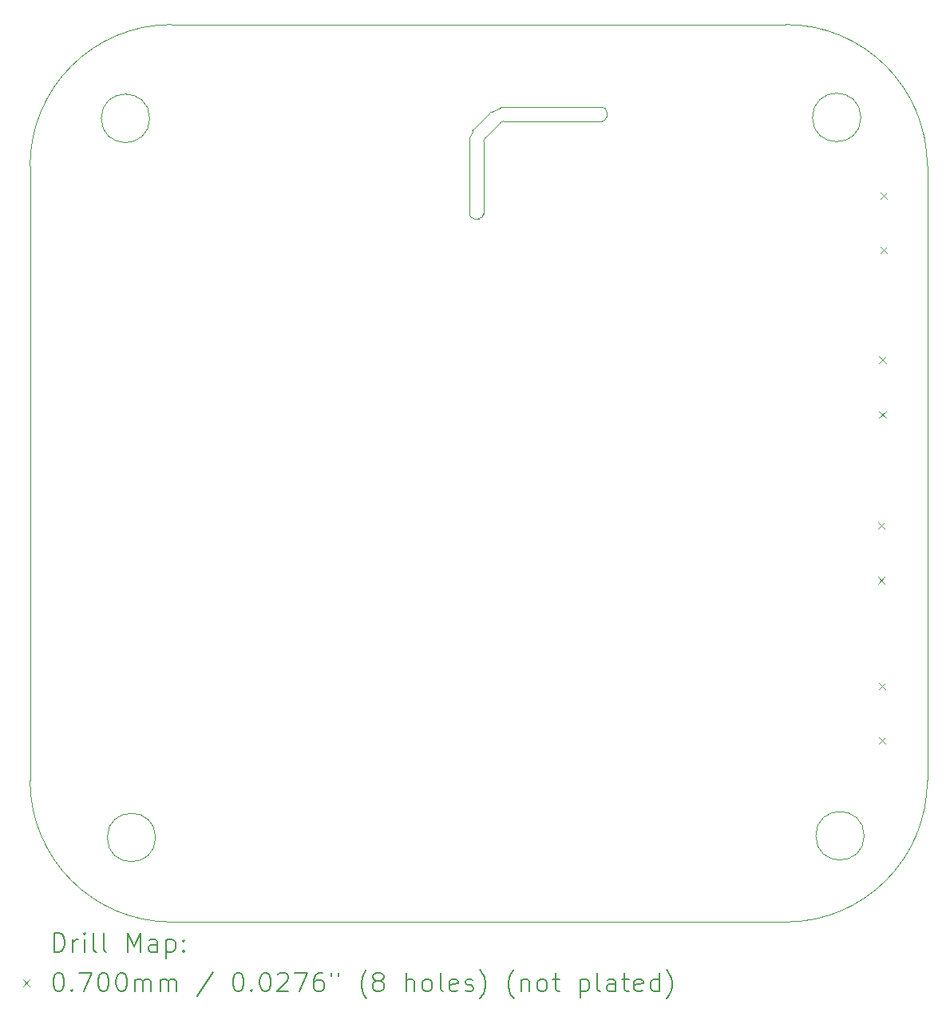
<source format=gbr>
%TF.GenerationSoftware,KiCad,Pcbnew,7.0.7*%
%TF.CreationDate,2023-09-27T18:33:11+02:00*%
%TF.ProjectId,Power Charging Scheduler 90x90x1_6mm,506f7765-7220-4436-9861-7267696e6720,5.3*%
%TF.SameCoordinates,Original*%
%TF.FileFunction,Drillmap*%
%TF.FilePolarity,Positive*%
%FSLAX45Y45*%
G04 Gerber Fmt 4.5, Leading zero omitted, Abs format (unit mm)*
G04 Created by KiCad (PCBNEW 7.0.7) date 2023-09-27 18:33:11*
%MOMM*%
%LPD*%
G01*
G04 APERTURE LIST*
%ADD10C,0.100000*%
%ADD11C,0.200000*%
%ADD12C,0.070000*%
G04 APERTURE END LIST*
D10*
X9462025Y-6786974D02*
X9462941Y-7556940D01*
X6153000Y-5550000D02*
X12669000Y-5550000D01*
X9676483Y-6575002D02*
G75*
G03*
X9641404Y-6589370I-3J-49998D01*
G01*
X13499907Y-14149000D02*
G75*
G03*
X13499907Y-14149000I-256907J0D01*
G01*
X10769000Y-6475000D02*
G75*
G03*
X10719000Y-6425000I-50000J0D01*
G01*
X9412941Y-7607000D02*
G75*
G03*
X9462941Y-7556940I-1J50001D01*
G01*
X12669000Y-15063000D02*
X6153000Y-15063000D01*
X10719000Y-6575000D02*
X9676483Y-6575000D01*
X10719000Y-6425000D02*
X9666865Y-6425000D01*
X9476947Y-6751286D02*
G75*
G03*
X9462025Y-6786974I35063J-35624D01*
G01*
X9315076Y-6757623D02*
G75*
G03*
X9312011Y-6774924I46934J-17237D01*
G01*
X9412941Y-7607000D02*
X9362941Y-7607000D01*
X9641404Y-6589370D02*
X9476946Y-6751285D01*
X9344134Y-6678523D02*
X9315077Y-6757623D01*
X9666865Y-6424998D02*
G75*
G03*
X9646115Y-6429509I-5J-49962D01*
G01*
X9312940Y-7557059D02*
G75*
G03*
X9362941Y-7607000I50000J60D01*
G01*
X6153000Y-5550000D02*
G75*
G03*
X4653000Y-7050000I0J-1500000D01*
G01*
X10769000Y-6475000D02*
X10769000Y-6525000D01*
X5921907Y-6544000D02*
G75*
G03*
X5921907Y-6544000I-256907J0D01*
G01*
X10719000Y-6575000D02*
G75*
G03*
X10769000Y-6525000I0J50000D01*
G01*
X14169000Y-7050000D02*
G75*
G03*
X12669000Y-5550000I-1500000J0D01*
G01*
X9550035Y-6473335D02*
G75*
G03*
X9535707Y-6483196I20705J-45425D01*
G01*
X5984907Y-14167093D02*
G75*
G03*
X5984907Y-14167093I-256907J0D01*
G01*
X13464907Y-6535000D02*
G75*
G03*
X13464907Y-6535000I-256907J0D01*
G01*
X9535707Y-6483196D02*
X9355989Y-6660135D01*
X9355988Y-6660133D02*
G75*
G03*
X9344134Y-6678523I35112J-35647D01*
G01*
X9312011Y-6774924D02*
X9312941Y-7557059D01*
X12669000Y-15063000D02*
G75*
G03*
X14169000Y-13563000I0J1500000D01*
G01*
X4653000Y-13563000D02*
G75*
G03*
X6153000Y-15063000I1500000J0D01*
G01*
X14169000Y-7050000D02*
X14169000Y-13563000D01*
X4653000Y-13563000D02*
X4653000Y-7050000D01*
X9646115Y-6429509D02*
X9550035Y-6473335D01*
D11*
D12*
X13649000Y-10829000D02*
X13719000Y-10899000D01*
X13719000Y-10829000D02*
X13649000Y-10899000D01*
X13649000Y-11407000D02*
X13719000Y-11477000D01*
X13719000Y-11407000D02*
X13649000Y-11477000D01*
X13656500Y-12527000D02*
X13726500Y-12597000D01*
X13726500Y-12527000D02*
X13656500Y-12597000D01*
X13656500Y-13105000D02*
X13726500Y-13175000D01*
X13726500Y-13105000D02*
X13656500Y-13175000D01*
X13659000Y-9069000D02*
X13729000Y-9139000D01*
X13729000Y-9069000D02*
X13659000Y-9139000D01*
X13659000Y-9647000D02*
X13729000Y-9717000D01*
X13729000Y-9647000D02*
X13659000Y-9717000D01*
X13672000Y-7327000D02*
X13742000Y-7397000D01*
X13742000Y-7327000D02*
X13672000Y-7397000D01*
X13672000Y-7905000D02*
X13742000Y-7975000D01*
X13742000Y-7905000D02*
X13672000Y-7975000D01*
D11*
X4908777Y-15379484D02*
X4908777Y-15179484D01*
X4908777Y-15179484D02*
X4956396Y-15179484D01*
X4956396Y-15179484D02*
X4984967Y-15189008D01*
X4984967Y-15189008D02*
X5004015Y-15208055D01*
X5004015Y-15208055D02*
X5013539Y-15227103D01*
X5013539Y-15227103D02*
X5023063Y-15265198D01*
X5023063Y-15265198D02*
X5023063Y-15293769D01*
X5023063Y-15293769D02*
X5013539Y-15331865D01*
X5013539Y-15331865D02*
X5004015Y-15350912D01*
X5004015Y-15350912D02*
X4984967Y-15369960D01*
X4984967Y-15369960D02*
X4956396Y-15379484D01*
X4956396Y-15379484D02*
X4908777Y-15379484D01*
X5108777Y-15379484D02*
X5108777Y-15246150D01*
X5108777Y-15284246D02*
X5118301Y-15265198D01*
X5118301Y-15265198D02*
X5127824Y-15255674D01*
X5127824Y-15255674D02*
X5146872Y-15246150D01*
X5146872Y-15246150D02*
X5165920Y-15246150D01*
X5232586Y-15379484D02*
X5232586Y-15246150D01*
X5232586Y-15179484D02*
X5223063Y-15189008D01*
X5223063Y-15189008D02*
X5232586Y-15198531D01*
X5232586Y-15198531D02*
X5242110Y-15189008D01*
X5242110Y-15189008D02*
X5232586Y-15179484D01*
X5232586Y-15179484D02*
X5232586Y-15198531D01*
X5356396Y-15379484D02*
X5337348Y-15369960D01*
X5337348Y-15369960D02*
X5327824Y-15350912D01*
X5327824Y-15350912D02*
X5327824Y-15179484D01*
X5461158Y-15379484D02*
X5442110Y-15369960D01*
X5442110Y-15369960D02*
X5432586Y-15350912D01*
X5432586Y-15350912D02*
X5432586Y-15179484D01*
X5689729Y-15379484D02*
X5689729Y-15179484D01*
X5689729Y-15179484D02*
X5756396Y-15322341D01*
X5756396Y-15322341D02*
X5823062Y-15179484D01*
X5823062Y-15179484D02*
X5823062Y-15379484D01*
X6004015Y-15379484D02*
X6004015Y-15274722D01*
X6004015Y-15274722D02*
X5994491Y-15255674D01*
X5994491Y-15255674D02*
X5975443Y-15246150D01*
X5975443Y-15246150D02*
X5937348Y-15246150D01*
X5937348Y-15246150D02*
X5918301Y-15255674D01*
X6004015Y-15369960D02*
X5984967Y-15379484D01*
X5984967Y-15379484D02*
X5937348Y-15379484D01*
X5937348Y-15379484D02*
X5918301Y-15369960D01*
X5918301Y-15369960D02*
X5908777Y-15350912D01*
X5908777Y-15350912D02*
X5908777Y-15331865D01*
X5908777Y-15331865D02*
X5918301Y-15312817D01*
X5918301Y-15312817D02*
X5937348Y-15303293D01*
X5937348Y-15303293D02*
X5984967Y-15303293D01*
X5984967Y-15303293D02*
X6004015Y-15293769D01*
X6099253Y-15246150D02*
X6099253Y-15446150D01*
X6099253Y-15255674D02*
X6118301Y-15246150D01*
X6118301Y-15246150D02*
X6156396Y-15246150D01*
X6156396Y-15246150D02*
X6175443Y-15255674D01*
X6175443Y-15255674D02*
X6184967Y-15265198D01*
X6184967Y-15265198D02*
X6194491Y-15284246D01*
X6194491Y-15284246D02*
X6194491Y-15341388D01*
X6194491Y-15341388D02*
X6184967Y-15360436D01*
X6184967Y-15360436D02*
X6175443Y-15369960D01*
X6175443Y-15369960D02*
X6156396Y-15379484D01*
X6156396Y-15379484D02*
X6118301Y-15379484D01*
X6118301Y-15379484D02*
X6099253Y-15369960D01*
X6280205Y-15360436D02*
X6289729Y-15369960D01*
X6289729Y-15369960D02*
X6280205Y-15379484D01*
X6280205Y-15379484D02*
X6270682Y-15369960D01*
X6270682Y-15369960D02*
X6280205Y-15360436D01*
X6280205Y-15360436D02*
X6280205Y-15379484D01*
X6280205Y-15255674D02*
X6289729Y-15265198D01*
X6289729Y-15265198D02*
X6280205Y-15274722D01*
X6280205Y-15274722D02*
X6270682Y-15265198D01*
X6270682Y-15265198D02*
X6280205Y-15255674D01*
X6280205Y-15255674D02*
X6280205Y-15274722D01*
D12*
X4578000Y-15673000D02*
X4648000Y-15743000D01*
X4648000Y-15673000D02*
X4578000Y-15743000D01*
D11*
X4946872Y-15599484D02*
X4965920Y-15599484D01*
X4965920Y-15599484D02*
X4984967Y-15609008D01*
X4984967Y-15609008D02*
X4994491Y-15618531D01*
X4994491Y-15618531D02*
X5004015Y-15637579D01*
X5004015Y-15637579D02*
X5013539Y-15675674D01*
X5013539Y-15675674D02*
X5013539Y-15723293D01*
X5013539Y-15723293D02*
X5004015Y-15761388D01*
X5004015Y-15761388D02*
X4994491Y-15780436D01*
X4994491Y-15780436D02*
X4984967Y-15789960D01*
X4984967Y-15789960D02*
X4965920Y-15799484D01*
X4965920Y-15799484D02*
X4946872Y-15799484D01*
X4946872Y-15799484D02*
X4927824Y-15789960D01*
X4927824Y-15789960D02*
X4918301Y-15780436D01*
X4918301Y-15780436D02*
X4908777Y-15761388D01*
X4908777Y-15761388D02*
X4899253Y-15723293D01*
X4899253Y-15723293D02*
X4899253Y-15675674D01*
X4899253Y-15675674D02*
X4908777Y-15637579D01*
X4908777Y-15637579D02*
X4918301Y-15618531D01*
X4918301Y-15618531D02*
X4927824Y-15609008D01*
X4927824Y-15609008D02*
X4946872Y-15599484D01*
X5099253Y-15780436D02*
X5108777Y-15789960D01*
X5108777Y-15789960D02*
X5099253Y-15799484D01*
X5099253Y-15799484D02*
X5089729Y-15789960D01*
X5089729Y-15789960D02*
X5099253Y-15780436D01*
X5099253Y-15780436D02*
X5099253Y-15799484D01*
X5175444Y-15599484D02*
X5308777Y-15599484D01*
X5308777Y-15599484D02*
X5223063Y-15799484D01*
X5423063Y-15599484D02*
X5442110Y-15599484D01*
X5442110Y-15599484D02*
X5461158Y-15609008D01*
X5461158Y-15609008D02*
X5470682Y-15618531D01*
X5470682Y-15618531D02*
X5480205Y-15637579D01*
X5480205Y-15637579D02*
X5489729Y-15675674D01*
X5489729Y-15675674D02*
X5489729Y-15723293D01*
X5489729Y-15723293D02*
X5480205Y-15761388D01*
X5480205Y-15761388D02*
X5470682Y-15780436D01*
X5470682Y-15780436D02*
X5461158Y-15789960D01*
X5461158Y-15789960D02*
X5442110Y-15799484D01*
X5442110Y-15799484D02*
X5423063Y-15799484D01*
X5423063Y-15799484D02*
X5404015Y-15789960D01*
X5404015Y-15789960D02*
X5394491Y-15780436D01*
X5394491Y-15780436D02*
X5384967Y-15761388D01*
X5384967Y-15761388D02*
X5375444Y-15723293D01*
X5375444Y-15723293D02*
X5375444Y-15675674D01*
X5375444Y-15675674D02*
X5384967Y-15637579D01*
X5384967Y-15637579D02*
X5394491Y-15618531D01*
X5394491Y-15618531D02*
X5404015Y-15609008D01*
X5404015Y-15609008D02*
X5423063Y-15599484D01*
X5613539Y-15599484D02*
X5632586Y-15599484D01*
X5632586Y-15599484D02*
X5651634Y-15609008D01*
X5651634Y-15609008D02*
X5661158Y-15618531D01*
X5661158Y-15618531D02*
X5670682Y-15637579D01*
X5670682Y-15637579D02*
X5680205Y-15675674D01*
X5680205Y-15675674D02*
X5680205Y-15723293D01*
X5680205Y-15723293D02*
X5670682Y-15761388D01*
X5670682Y-15761388D02*
X5661158Y-15780436D01*
X5661158Y-15780436D02*
X5651634Y-15789960D01*
X5651634Y-15789960D02*
X5632586Y-15799484D01*
X5632586Y-15799484D02*
X5613539Y-15799484D01*
X5613539Y-15799484D02*
X5594491Y-15789960D01*
X5594491Y-15789960D02*
X5584967Y-15780436D01*
X5584967Y-15780436D02*
X5575444Y-15761388D01*
X5575444Y-15761388D02*
X5565920Y-15723293D01*
X5565920Y-15723293D02*
X5565920Y-15675674D01*
X5565920Y-15675674D02*
X5575444Y-15637579D01*
X5575444Y-15637579D02*
X5584967Y-15618531D01*
X5584967Y-15618531D02*
X5594491Y-15609008D01*
X5594491Y-15609008D02*
X5613539Y-15599484D01*
X5765920Y-15799484D02*
X5765920Y-15666150D01*
X5765920Y-15685198D02*
X5775443Y-15675674D01*
X5775443Y-15675674D02*
X5794491Y-15666150D01*
X5794491Y-15666150D02*
X5823063Y-15666150D01*
X5823063Y-15666150D02*
X5842110Y-15675674D01*
X5842110Y-15675674D02*
X5851634Y-15694722D01*
X5851634Y-15694722D02*
X5851634Y-15799484D01*
X5851634Y-15694722D02*
X5861158Y-15675674D01*
X5861158Y-15675674D02*
X5880205Y-15666150D01*
X5880205Y-15666150D02*
X5908777Y-15666150D01*
X5908777Y-15666150D02*
X5927824Y-15675674D01*
X5927824Y-15675674D02*
X5937348Y-15694722D01*
X5937348Y-15694722D02*
X5937348Y-15799484D01*
X6032586Y-15799484D02*
X6032586Y-15666150D01*
X6032586Y-15685198D02*
X6042110Y-15675674D01*
X6042110Y-15675674D02*
X6061158Y-15666150D01*
X6061158Y-15666150D02*
X6089729Y-15666150D01*
X6089729Y-15666150D02*
X6108777Y-15675674D01*
X6108777Y-15675674D02*
X6118301Y-15694722D01*
X6118301Y-15694722D02*
X6118301Y-15799484D01*
X6118301Y-15694722D02*
X6127824Y-15675674D01*
X6127824Y-15675674D02*
X6146872Y-15666150D01*
X6146872Y-15666150D02*
X6175443Y-15666150D01*
X6175443Y-15666150D02*
X6194491Y-15675674D01*
X6194491Y-15675674D02*
X6204015Y-15694722D01*
X6204015Y-15694722D02*
X6204015Y-15799484D01*
X6594491Y-15589960D02*
X6423063Y-15847103D01*
X6851634Y-15599484D02*
X6870682Y-15599484D01*
X6870682Y-15599484D02*
X6889729Y-15609008D01*
X6889729Y-15609008D02*
X6899253Y-15618531D01*
X6899253Y-15618531D02*
X6908777Y-15637579D01*
X6908777Y-15637579D02*
X6918301Y-15675674D01*
X6918301Y-15675674D02*
X6918301Y-15723293D01*
X6918301Y-15723293D02*
X6908777Y-15761388D01*
X6908777Y-15761388D02*
X6899253Y-15780436D01*
X6899253Y-15780436D02*
X6889729Y-15789960D01*
X6889729Y-15789960D02*
X6870682Y-15799484D01*
X6870682Y-15799484D02*
X6851634Y-15799484D01*
X6851634Y-15799484D02*
X6832586Y-15789960D01*
X6832586Y-15789960D02*
X6823063Y-15780436D01*
X6823063Y-15780436D02*
X6813539Y-15761388D01*
X6813539Y-15761388D02*
X6804015Y-15723293D01*
X6804015Y-15723293D02*
X6804015Y-15675674D01*
X6804015Y-15675674D02*
X6813539Y-15637579D01*
X6813539Y-15637579D02*
X6823063Y-15618531D01*
X6823063Y-15618531D02*
X6832586Y-15609008D01*
X6832586Y-15609008D02*
X6851634Y-15599484D01*
X7004015Y-15780436D02*
X7013539Y-15789960D01*
X7013539Y-15789960D02*
X7004015Y-15799484D01*
X7004015Y-15799484D02*
X6994491Y-15789960D01*
X6994491Y-15789960D02*
X7004015Y-15780436D01*
X7004015Y-15780436D02*
X7004015Y-15799484D01*
X7137348Y-15599484D02*
X7156396Y-15599484D01*
X7156396Y-15599484D02*
X7175444Y-15609008D01*
X7175444Y-15609008D02*
X7184967Y-15618531D01*
X7184967Y-15618531D02*
X7194491Y-15637579D01*
X7194491Y-15637579D02*
X7204015Y-15675674D01*
X7204015Y-15675674D02*
X7204015Y-15723293D01*
X7204015Y-15723293D02*
X7194491Y-15761388D01*
X7194491Y-15761388D02*
X7184967Y-15780436D01*
X7184967Y-15780436D02*
X7175444Y-15789960D01*
X7175444Y-15789960D02*
X7156396Y-15799484D01*
X7156396Y-15799484D02*
X7137348Y-15799484D01*
X7137348Y-15799484D02*
X7118301Y-15789960D01*
X7118301Y-15789960D02*
X7108777Y-15780436D01*
X7108777Y-15780436D02*
X7099253Y-15761388D01*
X7099253Y-15761388D02*
X7089729Y-15723293D01*
X7089729Y-15723293D02*
X7089729Y-15675674D01*
X7089729Y-15675674D02*
X7099253Y-15637579D01*
X7099253Y-15637579D02*
X7108777Y-15618531D01*
X7108777Y-15618531D02*
X7118301Y-15609008D01*
X7118301Y-15609008D02*
X7137348Y-15599484D01*
X7280206Y-15618531D02*
X7289729Y-15609008D01*
X7289729Y-15609008D02*
X7308777Y-15599484D01*
X7308777Y-15599484D02*
X7356396Y-15599484D01*
X7356396Y-15599484D02*
X7375444Y-15609008D01*
X7375444Y-15609008D02*
X7384967Y-15618531D01*
X7384967Y-15618531D02*
X7394491Y-15637579D01*
X7394491Y-15637579D02*
X7394491Y-15656627D01*
X7394491Y-15656627D02*
X7384967Y-15685198D01*
X7384967Y-15685198D02*
X7270682Y-15799484D01*
X7270682Y-15799484D02*
X7394491Y-15799484D01*
X7461158Y-15599484D02*
X7594491Y-15599484D01*
X7594491Y-15599484D02*
X7508777Y-15799484D01*
X7756396Y-15599484D02*
X7718301Y-15599484D01*
X7718301Y-15599484D02*
X7699253Y-15609008D01*
X7699253Y-15609008D02*
X7689729Y-15618531D01*
X7689729Y-15618531D02*
X7670682Y-15647103D01*
X7670682Y-15647103D02*
X7661158Y-15685198D01*
X7661158Y-15685198D02*
X7661158Y-15761388D01*
X7661158Y-15761388D02*
X7670682Y-15780436D01*
X7670682Y-15780436D02*
X7680206Y-15789960D01*
X7680206Y-15789960D02*
X7699253Y-15799484D01*
X7699253Y-15799484D02*
X7737348Y-15799484D01*
X7737348Y-15799484D02*
X7756396Y-15789960D01*
X7756396Y-15789960D02*
X7765920Y-15780436D01*
X7765920Y-15780436D02*
X7775444Y-15761388D01*
X7775444Y-15761388D02*
X7775444Y-15713769D01*
X7775444Y-15713769D02*
X7765920Y-15694722D01*
X7765920Y-15694722D02*
X7756396Y-15685198D01*
X7756396Y-15685198D02*
X7737348Y-15675674D01*
X7737348Y-15675674D02*
X7699253Y-15675674D01*
X7699253Y-15675674D02*
X7680206Y-15685198D01*
X7680206Y-15685198D02*
X7670682Y-15694722D01*
X7670682Y-15694722D02*
X7661158Y-15713769D01*
X7851634Y-15599484D02*
X7851634Y-15637579D01*
X7927825Y-15599484D02*
X7927825Y-15637579D01*
X8223063Y-15875674D02*
X8213539Y-15866150D01*
X8213539Y-15866150D02*
X8194491Y-15837579D01*
X8194491Y-15837579D02*
X8184968Y-15818531D01*
X8184968Y-15818531D02*
X8175444Y-15789960D01*
X8175444Y-15789960D02*
X8165920Y-15742341D01*
X8165920Y-15742341D02*
X8165920Y-15704246D01*
X8165920Y-15704246D02*
X8175444Y-15656627D01*
X8175444Y-15656627D02*
X8184968Y-15628055D01*
X8184968Y-15628055D02*
X8194491Y-15609008D01*
X8194491Y-15609008D02*
X8213539Y-15580436D01*
X8213539Y-15580436D02*
X8223063Y-15570912D01*
X8327825Y-15685198D02*
X8308777Y-15675674D01*
X8308777Y-15675674D02*
X8299253Y-15666150D01*
X8299253Y-15666150D02*
X8289729Y-15647103D01*
X8289729Y-15647103D02*
X8289729Y-15637579D01*
X8289729Y-15637579D02*
X8299253Y-15618531D01*
X8299253Y-15618531D02*
X8308777Y-15609008D01*
X8308777Y-15609008D02*
X8327825Y-15599484D01*
X8327825Y-15599484D02*
X8365920Y-15599484D01*
X8365920Y-15599484D02*
X8384968Y-15609008D01*
X8384968Y-15609008D02*
X8394491Y-15618531D01*
X8394491Y-15618531D02*
X8404015Y-15637579D01*
X8404015Y-15637579D02*
X8404015Y-15647103D01*
X8404015Y-15647103D02*
X8394491Y-15666150D01*
X8394491Y-15666150D02*
X8384968Y-15675674D01*
X8384968Y-15675674D02*
X8365920Y-15685198D01*
X8365920Y-15685198D02*
X8327825Y-15685198D01*
X8327825Y-15685198D02*
X8308777Y-15694722D01*
X8308777Y-15694722D02*
X8299253Y-15704246D01*
X8299253Y-15704246D02*
X8289729Y-15723293D01*
X8289729Y-15723293D02*
X8289729Y-15761388D01*
X8289729Y-15761388D02*
X8299253Y-15780436D01*
X8299253Y-15780436D02*
X8308777Y-15789960D01*
X8308777Y-15789960D02*
X8327825Y-15799484D01*
X8327825Y-15799484D02*
X8365920Y-15799484D01*
X8365920Y-15799484D02*
X8384968Y-15789960D01*
X8384968Y-15789960D02*
X8394491Y-15780436D01*
X8394491Y-15780436D02*
X8404015Y-15761388D01*
X8404015Y-15761388D02*
X8404015Y-15723293D01*
X8404015Y-15723293D02*
X8394491Y-15704246D01*
X8394491Y-15704246D02*
X8384968Y-15694722D01*
X8384968Y-15694722D02*
X8365920Y-15685198D01*
X8642111Y-15799484D02*
X8642111Y-15599484D01*
X8727825Y-15799484D02*
X8727825Y-15694722D01*
X8727825Y-15694722D02*
X8718301Y-15675674D01*
X8718301Y-15675674D02*
X8699253Y-15666150D01*
X8699253Y-15666150D02*
X8670682Y-15666150D01*
X8670682Y-15666150D02*
X8651634Y-15675674D01*
X8651634Y-15675674D02*
X8642111Y-15685198D01*
X8851634Y-15799484D02*
X8832587Y-15789960D01*
X8832587Y-15789960D02*
X8823063Y-15780436D01*
X8823063Y-15780436D02*
X8813539Y-15761388D01*
X8813539Y-15761388D02*
X8813539Y-15704246D01*
X8813539Y-15704246D02*
X8823063Y-15685198D01*
X8823063Y-15685198D02*
X8832587Y-15675674D01*
X8832587Y-15675674D02*
X8851634Y-15666150D01*
X8851634Y-15666150D02*
X8880206Y-15666150D01*
X8880206Y-15666150D02*
X8899253Y-15675674D01*
X8899253Y-15675674D02*
X8908777Y-15685198D01*
X8908777Y-15685198D02*
X8918301Y-15704246D01*
X8918301Y-15704246D02*
X8918301Y-15761388D01*
X8918301Y-15761388D02*
X8908777Y-15780436D01*
X8908777Y-15780436D02*
X8899253Y-15789960D01*
X8899253Y-15789960D02*
X8880206Y-15799484D01*
X8880206Y-15799484D02*
X8851634Y-15799484D01*
X9032587Y-15799484D02*
X9013539Y-15789960D01*
X9013539Y-15789960D02*
X9004015Y-15770912D01*
X9004015Y-15770912D02*
X9004015Y-15599484D01*
X9184968Y-15789960D02*
X9165920Y-15799484D01*
X9165920Y-15799484D02*
X9127825Y-15799484D01*
X9127825Y-15799484D02*
X9108777Y-15789960D01*
X9108777Y-15789960D02*
X9099253Y-15770912D01*
X9099253Y-15770912D02*
X9099253Y-15694722D01*
X9099253Y-15694722D02*
X9108777Y-15675674D01*
X9108777Y-15675674D02*
X9127825Y-15666150D01*
X9127825Y-15666150D02*
X9165920Y-15666150D01*
X9165920Y-15666150D02*
X9184968Y-15675674D01*
X9184968Y-15675674D02*
X9194492Y-15694722D01*
X9194492Y-15694722D02*
X9194492Y-15713769D01*
X9194492Y-15713769D02*
X9099253Y-15732817D01*
X9270682Y-15789960D02*
X9289730Y-15799484D01*
X9289730Y-15799484D02*
X9327825Y-15799484D01*
X9327825Y-15799484D02*
X9346873Y-15789960D01*
X9346873Y-15789960D02*
X9356396Y-15770912D01*
X9356396Y-15770912D02*
X9356396Y-15761388D01*
X9356396Y-15761388D02*
X9346873Y-15742341D01*
X9346873Y-15742341D02*
X9327825Y-15732817D01*
X9327825Y-15732817D02*
X9299253Y-15732817D01*
X9299253Y-15732817D02*
X9280206Y-15723293D01*
X9280206Y-15723293D02*
X9270682Y-15704246D01*
X9270682Y-15704246D02*
X9270682Y-15694722D01*
X9270682Y-15694722D02*
X9280206Y-15675674D01*
X9280206Y-15675674D02*
X9299253Y-15666150D01*
X9299253Y-15666150D02*
X9327825Y-15666150D01*
X9327825Y-15666150D02*
X9346873Y-15675674D01*
X9423063Y-15875674D02*
X9432587Y-15866150D01*
X9432587Y-15866150D02*
X9451634Y-15837579D01*
X9451634Y-15837579D02*
X9461158Y-15818531D01*
X9461158Y-15818531D02*
X9470682Y-15789960D01*
X9470682Y-15789960D02*
X9480206Y-15742341D01*
X9480206Y-15742341D02*
X9480206Y-15704246D01*
X9480206Y-15704246D02*
X9470682Y-15656627D01*
X9470682Y-15656627D02*
X9461158Y-15628055D01*
X9461158Y-15628055D02*
X9451634Y-15609008D01*
X9451634Y-15609008D02*
X9432587Y-15580436D01*
X9432587Y-15580436D02*
X9423063Y-15570912D01*
X9784968Y-15875674D02*
X9775444Y-15866150D01*
X9775444Y-15866150D02*
X9756396Y-15837579D01*
X9756396Y-15837579D02*
X9746873Y-15818531D01*
X9746873Y-15818531D02*
X9737349Y-15789960D01*
X9737349Y-15789960D02*
X9727825Y-15742341D01*
X9727825Y-15742341D02*
X9727825Y-15704246D01*
X9727825Y-15704246D02*
X9737349Y-15656627D01*
X9737349Y-15656627D02*
X9746873Y-15628055D01*
X9746873Y-15628055D02*
X9756396Y-15609008D01*
X9756396Y-15609008D02*
X9775444Y-15580436D01*
X9775444Y-15580436D02*
X9784968Y-15570912D01*
X9861158Y-15666150D02*
X9861158Y-15799484D01*
X9861158Y-15685198D02*
X9870682Y-15675674D01*
X9870682Y-15675674D02*
X9889730Y-15666150D01*
X9889730Y-15666150D02*
X9918301Y-15666150D01*
X9918301Y-15666150D02*
X9937349Y-15675674D01*
X9937349Y-15675674D02*
X9946873Y-15694722D01*
X9946873Y-15694722D02*
X9946873Y-15799484D01*
X10070682Y-15799484D02*
X10051634Y-15789960D01*
X10051634Y-15789960D02*
X10042111Y-15780436D01*
X10042111Y-15780436D02*
X10032587Y-15761388D01*
X10032587Y-15761388D02*
X10032587Y-15704246D01*
X10032587Y-15704246D02*
X10042111Y-15685198D01*
X10042111Y-15685198D02*
X10051634Y-15675674D01*
X10051634Y-15675674D02*
X10070682Y-15666150D01*
X10070682Y-15666150D02*
X10099254Y-15666150D01*
X10099254Y-15666150D02*
X10118301Y-15675674D01*
X10118301Y-15675674D02*
X10127825Y-15685198D01*
X10127825Y-15685198D02*
X10137349Y-15704246D01*
X10137349Y-15704246D02*
X10137349Y-15761388D01*
X10137349Y-15761388D02*
X10127825Y-15780436D01*
X10127825Y-15780436D02*
X10118301Y-15789960D01*
X10118301Y-15789960D02*
X10099254Y-15799484D01*
X10099254Y-15799484D02*
X10070682Y-15799484D01*
X10194492Y-15666150D02*
X10270682Y-15666150D01*
X10223063Y-15599484D02*
X10223063Y-15770912D01*
X10223063Y-15770912D02*
X10232587Y-15789960D01*
X10232587Y-15789960D02*
X10251634Y-15799484D01*
X10251634Y-15799484D02*
X10270682Y-15799484D01*
X10489730Y-15666150D02*
X10489730Y-15866150D01*
X10489730Y-15675674D02*
X10508777Y-15666150D01*
X10508777Y-15666150D02*
X10546873Y-15666150D01*
X10546873Y-15666150D02*
X10565920Y-15675674D01*
X10565920Y-15675674D02*
X10575444Y-15685198D01*
X10575444Y-15685198D02*
X10584968Y-15704246D01*
X10584968Y-15704246D02*
X10584968Y-15761388D01*
X10584968Y-15761388D02*
X10575444Y-15780436D01*
X10575444Y-15780436D02*
X10565920Y-15789960D01*
X10565920Y-15789960D02*
X10546873Y-15799484D01*
X10546873Y-15799484D02*
X10508777Y-15799484D01*
X10508777Y-15799484D02*
X10489730Y-15789960D01*
X10699254Y-15799484D02*
X10680206Y-15789960D01*
X10680206Y-15789960D02*
X10670682Y-15770912D01*
X10670682Y-15770912D02*
X10670682Y-15599484D01*
X10861158Y-15799484D02*
X10861158Y-15694722D01*
X10861158Y-15694722D02*
X10851635Y-15675674D01*
X10851635Y-15675674D02*
X10832587Y-15666150D01*
X10832587Y-15666150D02*
X10794492Y-15666150D01*
X10794492Y-15666150D02*
X10775444Y-15675674D01*
X10861158Y-15789960D02*
X10842111Y-15799484D01*
X10842111Y-15799484D02*
X10794492Y-15799484D01*
X10794492Y-15799484D02*
X10775444Y-15789960D01*
X10775444Y-15789960D02*
X10765920Y-15770912D01*
X10765920Y-15770912D02*
X10765920Y-15751865D01*
X10765920Y-15751865D02*
X10775444Y-15732817D01*
X10775444Y-15732817D02*
X10794492Y-15723293D01*
X10794492Y-15723293D02*
X10842111Y-15723293D01*
X10842111Y-15723293D02*
X10861158Y-15713769D01*
X10927825Y-15666150D02*
X11004015Y-15666150D01*
X10956396Y-15599484D02*
X10956396Y-15770912D01*
X10956396Y-15770912D02*
X10965920Y-15789960D01*
X10965920Y-15789960D02*
X10984968Y-15799484D01*
X10984968Y-15799484D02*
X11004015Y-15799484D01*
X11146873Y-15789960D02*
X11127825Y-15799484D01*
X11127825Y-15799484D02*
X11089730Y-15799484D01*
X11089730Y-15799484D02*
X11070682Y-15789960D01*
X11070682Y-15789960D02*
X11061158Y-15770912D01*
X11061158Y-15770912D02*
X11061158Y-15694722D01*
X11061158Y-15694722D02*
X11070682Y-15675674D01*
X11070682Y-15675674D02*
X11089730Y-15666150D01*
X11089730Y-15666150D02*
X11127825Y-15666150D01*
X11127825Y-15666150D02*
X11146873Y-15675674D01*
X11146873Y-15675674D02*
X11156396Y-15694722D01*
X11156396Y-15694722D02*
X11156396Y-15713769D01*
X11156396Y-15713769D02*
X11061158Y-15732817D01*
X11327825Y-15799484D02*
X11327825Y-15599484D01*
X11327825Y-15789960D02*
X11308777Y-15799484D01*
X11308777Y-15799484D02*
X11270682Y-15799484D01*
X11270682Y-15799484D02*
X11251634Y-15789960D01*
X11251634Y-15789960D02*
X11242111Y-15780436D01*
X11242111Y-15780436D02*
X11232587Y-15761388D01*
X11232587Y-15761388D02*
X11232587Y-15704246D01*
X11232587Y-15704246D02*
X11242111Y-15685198D01*
X11242111Y-15685198D02*
X11251634Y-15675674D01*
X11251634Y-15675674D02*
X11270682Y-15666150D01*
X11270682Y-15666150D02*
X11308777Y-15666150D01*
X11308777Y-15666150D02*
X11327825Y-15675674D01*
X11404015Y-15875674D02*
X11413539Y-15866150D01*
X11413539Y-15866150D02*
X11432587Y-15837579D01*
X11432587Y-15837579D02*
X11442111Y-15818531D01*
X11442111Y-15818531D02*
X11451634Y-15789960D01*
X11451634Y-15789960D02*
X11461158Y-15742341D01*
X11461158Y-15742341D02*
X11461158Y-15704246D01*
X11461158Y-15704246D02*
X11451634Y-15656627D01*
X11451634Y-15656627D02*
X11442111Y-15628055D01*
X11442111Y-15628055D02*
X11432587Y-15609008D01*
X11432587Y-15609008D02*
X11413539Y-15580436D01*
X11413539Y-15580436D02*
X11404015Y-15570912D01*
M02*

</source>
